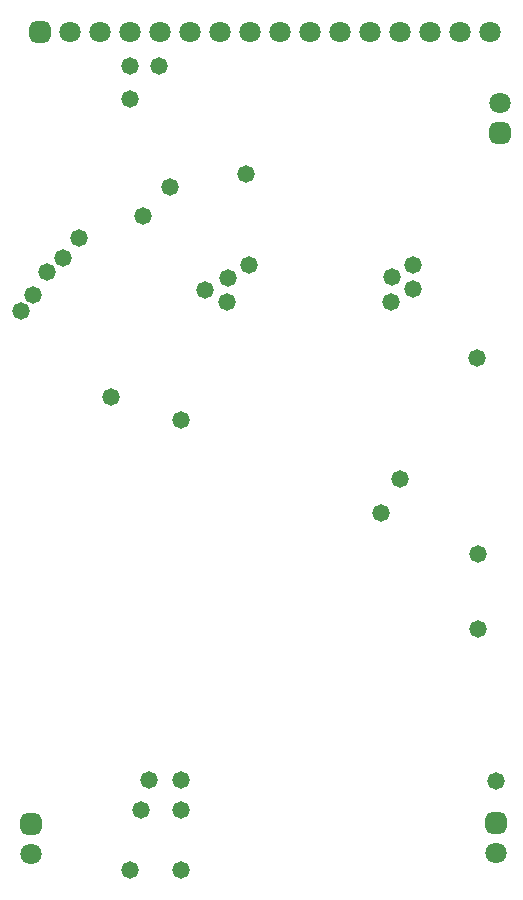
<source format=gts>
G04*
G04 #@! TF.GenerationSoftware,Altium Limited,Altium Designer,25.2.1 (25)*
G04*
G04 Layer_Color=8388736*
%FSLAX45Y45*%
%MOMM*%
G71*
G04*
G04 #@! TF.SameCoordinates,CBFBDC55-191E-4970-A60F-4FA5A60A4AEF*
G04*
G04*
G04 #@! TF.FilePolarity,Negative*
G04*
G01*
G75*
G04:AMPARAMS|DCode=13|XSize=1.8032mm|YSize=1.8032mm|CornerRadius=0.5016mm|HoleSize=0mm|Usage=FLASHONLY|Rotation=90.000|XOffset=0mm|YOffset=0mm|HoleType=Round|Shape=RoundedRectangle|*
%AMROUNDEDRECTD13*
21,1,1.80320,0.80000,0,0,90.0*
21,1,0.80000,1.80320,0,0,90.0*
1,1,1.00320,0.40000,0.40000*
1,1,1.00320,0.40000,-0.40000*
1,1,1.00320,-0.40000,-0.40000*
1,1,1.00320,-0.40000,0.40000*
%
%ADD13ROUNDEDRECTD13*%
%ADD14C,1.80320*%
G04:AMPARAMS|DCode=15|XSize=1.8032mm|YSize=1.8032mm|CornerRadius=0.5016mm|HoleSize=0mm|Usage=FLASHONLY|Rotation=0.000|XOffset=0mm|YOffset=0mm|HoleType=Round|Shape=RoundedRectangle|*
%AMROUNDEDRECTD15*
21,1,1.80320,0.80000,0,0,0.0*
21,1,0.80000,1.80320,0,0,0.0*
1,1,1.00320,0.40000,-0.40000*
1,1,1.00320,-0.40000,-0.40000*
1,1,1.00320,-0.40000,0.40000*
1,1,1.00320,0.40000,0.40000*
%
%ADD15ROUNDEDRECTD15*%
%ADD16C,1.47320*%
D13*
X4140000Y6630000D02*
D03*
X170000Y777000D02*
D03*
X4110000Y787000D02*
D03*
D14*
X4140000Y6884000D02*
D03*
X170000Y523000D02*
D03*
X4110000Y533000D02*
D03*
X3550000Y7480000D02*
D03*
X3296000D02*
D03*
X2280000D02*
D03*
X1518000D02*
D03*
X1010000D02*
D03*
X502000D02*
D03*
X756000D02*
D03*
X1264000D02*
D03*
X1772000D02*
D03*
X2026000D02*
D03*
X2534000D02*
D03*
X2788000D02*
D03*
X3042000D02*
D03*
X3804000D02*
D03*
X4058000D02*
D03*
D15*
X248000D02*
D03*
D16*
X580000Y5740000D02*
D03*
X440000Y5570000D02*
D03*
X310000Y5450000D02*
D03*
X190000Y5260000D02*
D03*
X90000Y5120000D02*
D03*
X1440000Y4200000D02*
D03*
X3960000Y2430000D02*
D03*
Y3060000D02*
D03*
X1990000Y6280000D02*
D03*
X1650000Y5300000D02*
D03*
X2020000Y5510000D02*
D03*
X1830000Y5200000D02*
D03*
X1840000Y5400000D02*
D03*
X3410000Y5510000D02*
D03*
Y5310000D02*
D03*
X3220000Y5200000D02*
D03*
X3230000Y5410000D02*
D03*
X1350000Y6170000D02*
D03*
X1120000Y5930000D02*
D03*
X1260000Y7200000D02*
D03*
X1010000Y6920000D02*
D03*
Y7200000D02*
D03*
X3140000Y3410000D02*
D03*
X3300000Y3700000D02*
D03*
X3950000Y4720000D02*
D03*
X1440000Y1150000D02*
D03*
X1170000D02*
D03*
X1108500Y900000D02*
D03*
X1010000Y390000D02*
D03*
X1440000D02*
D03*
Y900000D02*
D03*
X850000Y4390000D02*
D03*
X4110000Y1140000D02*
D03*
M02*

</source>
